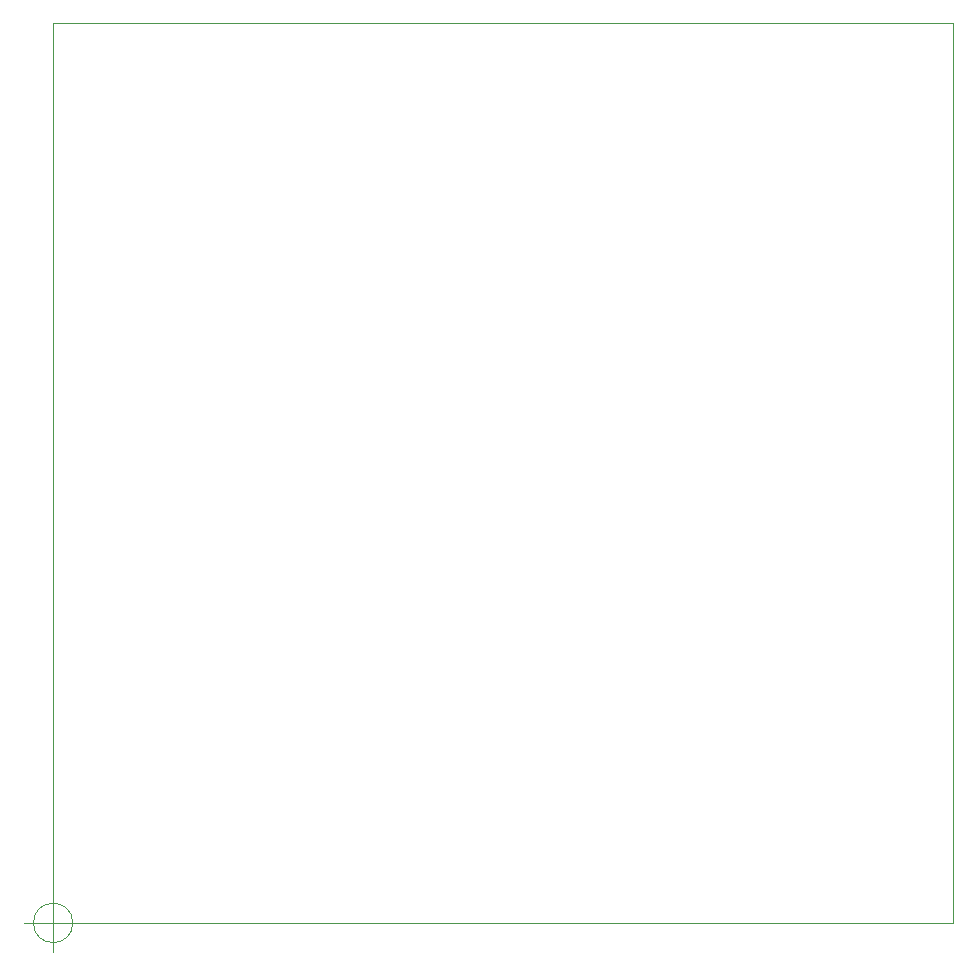
<source format=gm1>
G04 #@! TF.GenerationSoftware,KiCad,Pcbnew,5.1.5+dfsg1-2build2*
G04 #@! TF.CreationDate,2021-07-30T22:35:06+09:00*
G04 #@! TF.ProjectId,40keyboardpico,34306b65-7962-46f6-9172-647069636f2e,rev?*
G04 #@! TF.SameCoordinates,Original*
G04 #@! TF.FileFunction,Profile,NP*
%FSLAX46Y46*%
G04 Gerber Fmt 4.6, Leading zero omitted, Abs format (unit mm)*
G04 Created by KiCad (PCBNEW 5.1.5+dfsg1-2build2) date 2021-07-30 22:35:06*
%MOMM*%
%LPD*%
G04 APERTURE LIST*
%ADD10C,0.050000*%
G04 APERTURE END LIST*
D10*
X114696666Y-157480000D02*
G75*
G03X114696666Y-157480000I-1666666J0D01*
G01*
X110530000Y-157480000D02*
X115530000Y-157480000D01*
X113030000Y-154980000D02*
X113030000Y-159980000D01*
X189230000Y-81280000D02*
X113030000Y-81280000D01*
X189230000Y-157480000D02*
X189230000Y-81280000D01*
X113030000Y-157480000D02*
X189230000Y-157480000D01*
X113030000Y-81280000D02*
X113030000Y-157480000D01*
M02*

</source>
